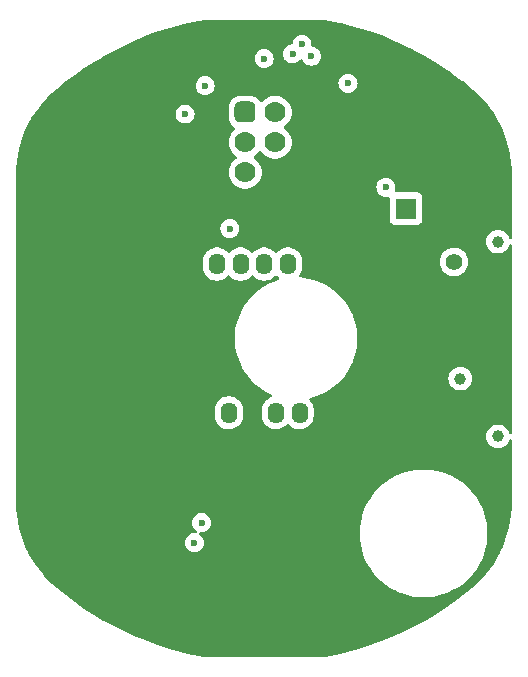
<source format=gbr>
%TF.GenerationSoftware,KiCad,Pcbnew,8.0.7*%
%TF.CreationDate,2025-09-19T21:14:15-06:00*%
%TF.ProjectId,MiniBall,4d696e69-4261-46c6-9c2e-6b696361645f,rev?*%
%TF.SameCoordinates,Original*%
%TF.FileFunction,Copper,L2,Inr*%
%TF.FilePolarity,Positive*%
%FSLAX46Y46*%
G04 Gerber Fmt 4.6, Leading zero omitted, Abs format (unit mm)*
G04 Created by KiCad (PCBNEW 8.0.7) date 2025-09-19 21:14:15*
%MOMM*%
%LPD*%
G01*
G04 APERTURE LIST*
G04 Aperture macros list*
%AMRoundRect*
0 Rectangle with rounded corners*
0 $1 Rounding radius*
0 $2 $3 $4 $5 $6 $7 $8 $9 X,Y pos of 4 corners*
0 Add a 4 corners polygon primitive as box body*
4,1,4,$2,$3,$4,$5,$6,$7,$8,$9,$2,$3,0*
0 Add four circle primitives for the rounded corners*
1,1,$1+$1,$2,$3*
1,1,$1+$1,$4,$5*
1,1,$1+$1,$6,$7*
1,1,$1+$1,$8,$9*
0 Add four rect primitives between the rounded corners*
20,1,$1+$1,$2,$3,$4,$5,0*
20,1,$1+$1,$4,$5,$6,$7,0*
20,1,$1+$1,$6,$7,$8,$9,0*
20,1,$1+$1,$8,$9,$2,$3,0*%
G04 Aperture macros list end*
%TA.AperFunction,ComponentPad*%
%ADD10RoundRect,0.444500X-0.444500X-0.444500X0.444500X-0.444500X0.444500X0.444500X-0.444500X0.444500X0*%
%TD*%
%TA.AperFunction,ComponentPad*%
%ADD11C,1.778000*%
%TD*%
%TA.AperFunction,ComponentPad*%
%ADD12R,1.778000X1.778000*%
%TD*%
%TA.AperFunction,ComponentPad*%
%ADD13O,1.400000X1.800000*%
%TD*%
%TA.AperFunction,ViaPad*%
%ADD14C,1.400000*%
%TD*%
%TA.AperFunction,ViaPad*%
%ADD15C,0.600000*%
%TD*%
%TA.AperFunction,ViaPad*%
%ADD16C,1.000000*%
%TD*%
%TA.AperFunction,ViaPad*%
%ADD17C,1.016000*%
%TD*%
G04 APERTURE END LIST*
D10*
%TO.N,MISO*%
%TO.C,MCU.J.1*%
X146901110Y-85863600D03*
D11*
%TO.N,V_USB*%
X149441110Y-85863600D03*
%TO.N,SCLK*%
X146901110Y-88403600D03*
%TO.N,MOSI*%
X149441110Y-88403600D03*
%TO.N,~{RESET}*%
X146901110Y-90943600D03*
%TO.N,GND*%
X149441110Y-90943600D03*
%TD*%
D12*
%TO.N,NetMCU.J.3_1*%
%TO.C,MCU.J.3*%
X160511100Y-94003600D03*
D11*
%TO.N,GND*%
X163051100Y-94003600D03*
%TD*%
D13*
%TO.N,NetMCU.U.1_31*%
%TO.C,MOS.U.2*%
X150501120Y-98703600D03*
%TO.N,NetMOS.D.1_C*%
X148501120Y-98703600D03*
%TO.N,~{RESET}*%
X146501120Y-98703600D03*
%TO.N,NetMCU.U.1_28*%
X144501120Y-98703600D03*
%TO.N,V_USB*%
X145501120Y-111303600D03*
%TO.N,GND*%
X147501120Y-111303600D03*
%TO.N,NetMOS.C.2_2*%
X149501120Y-111303600D03*
%TO.N,NetMCU.U.1_12*%
X151501120Y-111303600D03*
%TD*%
D14*
%TO.N,NetMOS.D.1_C*%
X164576100Y-98528600D03*
D15*
%TO.N,NetMCU.U.1_12*%
X143501100Y-83603600D03*
%TO.N,V_USB*%
X152501100Y-81103600D03*
X145601110Y-95703600D03*
X158801100Y-92203600D03*
X155601110Y-83403600D03*
X148501100Y-81303600D03*
X141801110Y-86003600D03*
D16*
X165101100Y-108403600D03*
%TO.N,NetMOS.R.3_1*%
X168301110Y-96803600D03*
X168301110Y-113303600D03*
D15*
%TO.N,NetMCU.U.1_4*%
X143201110Y-120603600D03*
X150901100Y-80903600D03*
%TO.N,NetMCU.U.1_3*%
X151701100Y-80103600D03*
X142601110Y-122303600D03*
%TO.N,GND*%
X131501110Y-91503600D03*
D17*
X156501100Y-79503600D03*
X161401100Y-127903600D03*
D15*
X128401100Y-101803600D03*
D17*
X157301100Y-117403600D03*
X156301100Y-123903600D03*
D15*
X153501100Y-129003600D03*
X140501110Y-96303600D03*
X153001100Y-87503600D03*
X167001100Y-112003600D03*
X140001100Y-121503600D03*
X135501110Y-115503600D03*
X131601110Y-115903600D03*
X137501100Y-101503600D03*
X133501100Y-107003600D03*
X143501100Y-127503600D03*
X146001100Y-78503600D03*
X156801100Y-127803600D03*
X155101100Y-112203600D03*
X162301100Y-112603600D03*
X138601100Y-98603600D03*
X146001100Y-81003600D03*
X142001100Y-87003600D03*
X143001110Y-119503600D03*
X162701100Y-87603600D03*
X135501110Y-96003600D03*
X134501100Y-85503600D03*
X133101100Y-119703600D03*
X134001110Y-111503600D03*
X131301100Y-125103600D03*
X143001110Y-96503600D03*
X151301100Y-92203600D03*
X164501110Y-96403600D03*
X148801100Y-117203600D03*
D17*
X165001100Y-84503600D03*
D15*
X137501100Y-119003600D03*
X133001110Y-85503600D03*
X147101100Y-117203600D03*
X153501100Y-126003600D03*
X133501100Y-103503600D03*
X137501100Y-105503600D03*
X131501110Y-90003600D03*
X142501100Y-130003600D03*
X131501110Y-93003600D03*
X153001100Y-91503600D03*
X143501100Y-129003600D03*
X141001100Y-117703600D03*
X167001100Y-117003600D03*
X142001100Y-79003600D03*
X131501110Y-87003600D03*
X137501100Y-108503600D03*
X154501110Y-130003600D03*
X160801110Y-89703600D03*
X167001100Y-90903600D03*
X142001100Y-92503600D03*
X159001100Y-88503600D03*
X142501100Y-131503600D03*
X153001100Y-89503600D03*
X137501100Y-112503600D03*
X139501100Y-115503600D03*
X153001100Y-124503600D03*
X152401100Y-114003600D03*
X147801100Y-119703600D03*
X134501100Y-93503600D03*
D17*
X138501100Y-80503600D03*
D15*
X139201110Y-127203600D03*
X135301110Y-82203600D03*
D17*
X163701100Y-115603600D03*
D15*
X151501100Y-78503600D03*
X128401100Y-96803600D03*
X153401100Y-95803600D03*
X131501110Y-88503600D03*
X147601100Y-95703600D03*
D17*
X134301110Y-127503600D03*
X168301110Y-120503600D03*
X168701100Y-95103600D03*
D15*
X142001100Y-90503600D03*
X128701100Y-112903600D03*
D17*
X131501110Y-84503600D03*
D15*
X158901100Y-96403600D03*
X153501100Y-127503600D03*
X159001100Y-84503600D03*
X136001100Y-85503600D03*
X137501100Y-93003600D03*
X159001100Y-80503600D03*
X153901100Y-118803600D03*
X154501110Y-131503600D03*
X138501100Y-90503600D03*
X136001100Y-93503600D03*
X135701100Y-123003600D03*
X142901110Y-113703600D03*
D17*
X128501100Y-92503600D03*
D15*
X160001100Y-115003600D03*
X133001110Y-93503600D03*
X154001100Y-81003600D03*
X128501100Y-106703600D03*
X138001110Y-91503600D03*
X133501100Y-99503600D03*
%TD*%
%TA.AperFunction,Conductor*%
%TO.N,GND*%
G36*
X152715780Y-78004134D02*
G01*
X153160036Y-78014634D01*
X153165860Y-78014909D01*
X153607732Y-78046284D01*
X153613529Y-78046834D01*
X154053417Y-78099047D01*
X154059169Y-78099868D01*
X154496097Y-78172804D01*
X154501827Y-78173900D01*
X154935704Y-78267585D01*
X154940646Y-78268759D01*
X155131696Y-78318321D01*
X155870806Y-78510058D01*
X155875003Y-78511226D01*
X156797051Y-78785332D01*
X156801127Y-78786622D01*
X157712960Y-79092947D01*
X157717044Y-79094398D01*
X157717131Y-79094431D01*
X158617573Y-79432575D01*
X158621625Y-79434179D01*
X159509653Y-79803757D01*
X159513645Y-79805501D01*
X159773112Y-79924345D01*
X160388195Y-80206073D01*
X160392082Y-80207937D01*
X161176911Y-80601337D01*
X161251992Y-80638972D01*
X161255852Y-80640992D01*
X162100093Y-81101974D01*
X162103880Y-81104129D01*
X162931404Y-81594484D01*
X162935098Y-81596761D01*
X163744895Y-82115894D01*
X163748481Y-82118283D01*
X164395811Y-82566110D01*
X164539561Y-82665558D01*
X164543100Y-82668100D01*
X164684943Y-82773784D01*
X165289657Y-83224345D01*
X165314420Y-83242795D01*
X165317867Y-83245459D01*
X166067895Y-83846396D01*
X166072340Y-83850131D01*
X166189202Y-83953123D01*
X166485527Y-84214279D01*
X166490840Y-84219246D01*
X166601942Y-84329388D01*
X166861568Y-84586772D01*
X166881386Y-84606418D01*
X166886394Y-84611683D01*
X167008146Y-84747438D01*
X167253580Y-85021101D01*
X167258275Y-85026656D01*
X167600811Y-85456881D01*
X167605173Y-85462702D01*
X167921898Y-85912273D01*
X167925911Y-85918339D01*
X168215738Y-86385716D01*
X168219388Y-86392007D01*
X168481308Y-86875563D01*
X168484583Y-86882057D01*
X168717702Y-87380138D01*
X168720591Y-87386813D01*
X168924110Y-87897718D01*
X168926602Y-87904551D01*
X169098255Y-88421802D01*
X169099816Y-88426504D01*
X169101903Y-88433472D01*
X169244206Y-88964656D01*
X169245882Y-88971733D01*
X169356808Y-89510392D01*
X169358065Y-89517556D01*
X169437215Y-90061767D01*
X169438050Y-90068993D01*
X169485155Y-90616908D01*
X169485565Y-90624170D01*
X169500548Y-91177020D01*
X169500594Y-91180655D01*
X169500439Y-91250070D01*
X169500600Y-91252560D01*
X169500600Y-96475231D01*
X169480915Y-96542270D01*
X169428111Y-96588025D01*
X169358953Y-96597969D01*
X169295397Y-96568944D01*
X169257940Y-96511227D01*
X169233114Y-96429389D01*
X169229924Y-96418873D01*
X169137020Y-96245062D01*
X169137019Y-96245060D01*
X169011993Y-96092716D01*
X168859649Y-95967690D01*
X168859642Y-95967686D01*
X168685843Y-95874788D01*
X168685837Y-95874786D01*
X168497242Y-95817576D01*
X168497239Y-95817575D01*
X168301110Y-95798259D01*
X168104980Y-95817575D01*
X167916376Y-95874788D01*
X167742577Y-95967686D01*
X167742570Y-95967690D01*
X167590226Y-96092716D01*
X167465200Y-96245060D01*
X167465196Y-96245067D01*
X167372298Y-96418866D01*
X167315085Y-96607470D01*
X167295769Y-96803600D01*
X167315085Y-96999729D01*
X167372298Y-97188333D01*
X167465196Y-97362132D01*
X167465200Y-97362139D01*
X167590226Y-97514483D01*
X167742570Y-97639509D01*
X167742577Y-97639513D01*
X167916376Y-97732411D01*
X167916379Y-97732411D01*
X167916383Y-97732414D01*
X168104978Y-97789624D01*
X168301110Y-97808941D01*
X168497242Y-97789624D01*
X168685837Y-97732414D01*
X168715865Y-97716364D01*
X168859642Y-97639513D01*
X168859648Y-97639510D01*
X169011993Y-97514483D01*
X169137020Y-97362138D01*
X169229924Y-97188327D01*
X169257940Y-97095969D01*
X169296237Y-97037534D01*
X169360049Y-97009077D01*
X169429116Y-97019638D01*
X169481510Y-97065862D01*
X169500600Y-97131968D01*
X169500600Y-112975231D01*
X169480915Y-113042270D01*
X169428111Y-113088025D01*
X169358953Y-113097969D01*
X169295397Y-113068944D01*
X169257940Y-113011227D01*
X169229923Y-112918871D01*
X169137023Y-112745067D01*
X169137019Y-112745060D01*
X169011993Y-112592716D01*
X168859649Y-112467690D01*
X168859642Y-112467686D01*
X168685843Y-112374788D01*
X168685837Y-112374786D01*
X168497242Y-112317576D01*
X168497239Y-112317575D01*
X168301110Y-112298259D01*
X168104980Y-112317575D01*
X167916376Y-112374788D01*
X167742577Y-112467686D01*
X167742570Y-112467690D01*
X167590226Y-112592716D01*
X167465200Y-112745060D01*
X167465196Y-112745067D01*
X167372298Y-112918866D01*
X167315085Y-113107470D01*
X167295769Y-113303600D01*
X167315085Y-113499729D01*
X167372298Y-113688333D01*
X167465196Y-113862132D01*
X167465200Y-113862139D01*
X167590226Y-114014483D01*
X167742570Y-114139509D01*
X167742577Y-114139513D01*
X167916376Y-114232411D01*
X167916379Y-114232411D01*
X167916383Y-114232414D01*
X168104978Y-114289624D01*
X168301110Y-114308941D01*
X168497242Y-114289624D01*
X168685837Y-114232414D01*
X168859648Y-114139510D01*
X169011993Y-114014483D01*
X169137020Y-113862138D01*
X169229924Y-113688327D01*
X169257940Y-113595969D01*
X169296237Y-113537534D01*
X169360049Y-113509077D01*
X169429116Y-113519638D01*
X169481510Y-113565862D01*
X169500600Y-113631968D01*
X169500600Y-118756620D01*
X169500452Y-118758905D01*
X169500597Y-118829685D01*
X169500551Y-118833320D01*
X169485504Y-119384791D01*
X169485092Y-119392051D01*
X169437906Y-119939824D01*
X169437070Y-119947048D01*
X169357851Y-120491129D01*
X169356593Y-120498291D01*
X169245617Y-121036797D01*
X169243941Y-121043873D01*
X169101590Y-121574942D01*
X169099502Y-121581908D01*
X168926264Y-122103721D01*
X168923771Y-122110553D01*
X168720241Y-122621316D01*
X168717352Y-122627989D01*
X168484237Y-123125930D01*
X168480963Y-123132423D01*
X168219056Y-123615852D01*
X168215405Y-123622141D01*
X167925607Y-124089389D01*
X167921595Y-124095454D01*
X167604908Y-124544908D01*
X167600547Y-124550728D01*
X167258059Y-124980842D01*
X167253364Y-124986395D01*
X166886253Y-125395692D01*
X166881241Y-125400961D01*
X166490767Y-125788035D01*
X166485455Y-125793001D01*
X166072430Y-126156989D01*
X166067979Y-126160729D01*
X165317849Y-126761745D01*
X165314401Y-126764409D01*
X164543095Y-127339092D01*
X164539557Y-127341634D01*
X163748497Y-127888895D01*
X163744870Y-127891310D01*
X162935118Y-128410412D01*
X162931410Y-128412699D01*
X162103876Y-128903059D01*
X162100089Y-128905214D01*
X161255849Y-129366195D01*
X161251989Y-129368215D01*
X160392101Y-129799240D01*
X160388172Y-129801124D01*
X159513644Y-130201686D01*
X159509652Y-130203430D01*
X158621610Y-130573015D01*
X158617559Y-130574618D01*
X157717073Y-130912780D01*
X157712967Y-130914240D01*
X156801178Y-131220551D01*
X156797025Y-131221866D01*
X155875000Y-131495967D01*
X155870802Y-131497135D01*
X154940044Y-131738590D01*
X154935075Y-131739770D01*
X154501774Y-131833316D01*
X154496019Y-131834417D01*
X154059101Y-131907339D01*
X154053302Y-131908167D01*
X153613415Y-131960372D01*
X153607582Y-131960925D01*
X153165709Y-131992295D01*
X153159858Y-131992571D01*
X152725575Y-132002833D01*
X152715834Y-132003064D01*
X152712906Y-132003099D01*
X152640612Y-132003099D01*
X152640596Y-132003100D01*
X144289348Y-132003100D01*
X144286419Y-132003065D01*
X144271642Y-132002715D01*
X143842187Y-131992567D01*
X143836335Y-131992291D01*
X143394503Y-131960922D01*
X143388671Y-131960369D01*
X142948833Y-131908167D01*
X142943033Y-131907339D01*
X142506157Y-131834421D01*
X142500402Y-131833320D01*
X142067132Y-131739775D01*
X142062164Y-131738595D01*
X141131393Y-131497141D01*
X141127196Y-131495973D01*
X140205184Y-131221880D01*
X140201030Y-131220565D01*
X139289246Y-130914260D01*
X139285141Y-130912801D01*
X138384611Y-130574626D01*
X138380560Y-130573022D01*
X137492550Y-130203454D01*
X137488557Y-130201710D01*
X136614018Y-129801144D01*
X136610089Y-129799260D01*
X135750198Y-129368236D01*
X135746338Y-129366216D01*
X134902096Y-128905235D01*
X134898309Y-128903080D01*
X134070774Y-128412719D01*
X134067066Y-128410432D01*
X133257326Y-127891337D01*
X133253700Y-127888922D01*
X132462612Y-127341642D01*
X132459073Y-127339100D01*
X131687779Y-126764425D01*
X131684331Y-126761761D01*
X130934608Y-126161068D01*
X130930155Y-126157326D01*
X130516675Y-125792920D01*
X130511362Y-125787953D01*
X130120816Y-125400781D01*
X130115803Y-125395511D01*
X129985920Y-125250690D01*
X129748620Y-124986097D01*
X129743927Y-124980544D01*
X129401390Y-124550318D01*
X129397028Y-124544497D01*
X129080304Y-124094927D01*
X129076291Y-124088861D01*
X128786461Y-123621480D01*
X128782814Y-123615193D01*
X128617392Y-123309791D01*
X128520889Y-123131628D01*
X128517618Y-123125142D01*
X128510140Y-123109165D01*
X128284494Y-122627048D01*
X128281606Y-122620373D01*
X128155417Y-122303596D01*
X141795545Y-122303596D01*
X141795545Y-122303603D01*
X141815740Y-122482849D01*
X141815741Y-122482854D01*
X141875321Y-122653123D01*
X141929699Y-122739664D01*
X141971294Y-122805862D01*
X142098848Y-122933416D01*
X142251588Y-123029389D01*
X142421855Y-123088968D01*
X142421860Y-123088969D01*
X142601106Y-123109165D01*
X142601110Y-123109165D01*
X142601114Y-123109165D01*
X142780359Y-123088969D01*
X142780362Y-123088968D01*
X142780365Y-123088968D01*
X142950632Y-123029389D01*
X143103372Y-122933416D01*
X143230926Y-122805862D01*
X143326899Y-122653122D01*
X143386478Y-122482855D01*
X143406675Y-122303600D01*
X143390458Y-122159671D01*
X143386479Y-122124350D01*
X143386478Y-122124345D01*
X143331222Y-121966433D01*
X143326899Y-121954078D01*
X143230926Y-121801338D01*
X143103372Y-121673784D01*
X143028867Y-121626969D01*
X142982577Y-121574635D01*
X142972251Y-121507672D01*
X156591646Y-121507672D01*
X156591646Y-121507685D01*
X156611132Y-121966420D01*
X156669456Y-122421882D01*
X156766193Y-122870743D01*
X156766195Y-122870751D01*
X156900648Y-123309785D01*
X156900650Y-123309791D01*
X157071846Y-123735829D01*
X157071850Y-123735840D01*
X157278560Y-124145824D01*
X157278570Y-124145842D01*
X157519315Y-124536837D01*
X157792351Y-124906006D01*
X157792359Y-124906015D01*
X157792362Y-124906019D01*
X158095710Y-125250688D01*
X158095712Y-125250690D01*
X158427210Y-125568406D01*
X158784459Y-125856864D01*
X159164884Y-126113987D01*
X159343044Y-126213512D01*
X159565734Y-126337915D01*
X159565756Y-126337926D01*
X159984144Y-126527050D01*
X159984149Y-126527052D01*
X160183687Y-126597553D01*
X160417089Y-126680019D01*
X160861440Y-126795719D01*
X161314003Y-126873319D01*
X161455632Y-126885373D01*
X161771497Y-126912258D01*
X161771514Y-126912258D01*
X161771516Y-126912259D01*
X161771517Y-126912259D01*
X162230683Y-126912259D01*
X162230684Y-126912259D01*
X162230685Y-126912258D01*
X162230702Y-126912258D01*
X162503004Y-126889081D01*
X162688197Y-126873319D01*
X163140760Y-126795719D01*
X163585111Y-126680019D01*
X164018050Y-126527052D01*
X164018055Y-126527050D01*
X164436443Y-126337926D01*
X164436445Y-126337924D01*
X164436456Y-126337920D01*
X164837316Y-126113987D01*
X165217741Y-125856864D01*
X165574990Y-125568406D01*
X165906488Y-125250690D01*
X166209849Y-124906006D01*
X166482885Y-124536837D01*
X166723630Y-124145842D01*
X166930349Y-123735840D01*
X167101552Y-123309783D01*
X167236007Y-122870743D01*
X167332744Y-122421881D01*
X167391066Y-121966433D01*
X167392773Y-121926266D01*
X167410554Y-121507685D01*
X167410554Y-121507672D01*
X167391067Y-121048937D01*
X167391066Y-121048931D01*
X167391066Y-121048925D01*
X167332744Y-120593477D01*
X167236007Y-120144615D01*
X167101552Y-119705575D01*
X167101551Y-119705572D01*
X167101549Y-119705566D01*
X166930353Y-119279528D01*
X166930349Y-119279517D01*
X166723639Y-118869533D01*
X166723628Y-118869513D01*
X166699089Y-118829659D01*
X166482885Y-118478521D01*
X166209849Y-118109352D01*
X166043751Y-117920629D01*
X165906489Y-117764669D01*
X165906488Y-117764668D01*
X165574992Y-117446954D01*
X165574990Y-117446952D01*
X165217741Y-117158494D01*
X164837316Y-116901371D01*
X164826792Y-116895492D01*
X164436465Y-116677442D01*
X164436443Y-116677431D01*
X164018055Y-116488307D01*
X164018050Y-116488305D01*
X163585106Y-116335337D01*
X163140758Y-116219638D01*
X162688207Y-116142040D01*
X162688181Y-116142037D01*
X162230702Y-116103099D01*
X162230684Y-116103099D01*
X161771516Y-116103099D01*
X161771497Y-116103099D01*
X161314018Y-116142037D01*
X161313992Y-116142040D01*
X160861441Y-116219638D01*
X160417093Y-116335337D01*
X159984149Y-116488305D01*
X159984144Y-116488307D01*
X159565756Y-116677431D01*
X159565734Y-116677442D01*
X159164892Y-116901366D01*
X159164873Y-116901378D01*
X158784464Y-117158490D01*
X158427207Y-117446954D01*
X158095711Y-117764668D01*
X158095710Y-117764669D01*
X157792362Y-118109338D01*
X157792355Y-118109347D01*
X157792351Y-118109352D01*
X157597788Y-118372417D01*
X157519314Y-118478522D01*
X157278571Y-118869513D01*
X157278560Y-118869533D01*
X157071850Y-119279517D01*
X157071846Y-119279528D01*
X156900650Y-119705566D01*
X156900648Y-119705572D01*
X156766195Y-120144606D01*
X156766193Y-120144614D01*
X156669456Y-120593475D01*
X156611132Y-121048937D01*
X156591646Y-121507672D01*
X142972251Y-121507672D01*
X142971929Y-121505581D01*
X143000304Y-121441733D01*
X143058694Y-121403361D01*
X143108723Y-121398756D01*
X143201106Y-121409165D01*
X143201110Y-121409165D01*
X143201114Y-121409165D01*
X143380359Y-121388969D01*
X143380362Y-121388968D01*
X143380365Y-121388968D01*
X143550632Y-121329389D01*
X143703372Y-121233416D01*
X143830926Y-121105862D01*
X143926899Y-120953122D01*
X143986478Y-120782855D01*
X144006675Y-120603600D01*
X144005534Y-120593477D01*
X143986479Y-120424350D01*
X143986478Y-120424345D01*
X143926898Y-120254076D01*
X143830925Y-120101337D01*
X143703372Y-119973784D01*
X143550633Y-119877811D01*
X143380364Y-119818231D01*
X143380359Y-119818230D01*
X143201114Y-119798035D01*
X143201106Y-119798035D01*
X143021860Y-119818230D01*
X143021855Y-119818231D01*
X142851586Y-119877811D01*
X142698847Y-119973784D01*
X142571294Y-120101337D01*
X142475321Y-120254076D01*
X142415741Y-120424345D01*
X142415740Y-120424350D01*
X142395545Y-120603596D01*
X142395545Y-120603603D01*
X142415740Y-120782849D01*
X142415741Y-120782854D01*
X142475321Y-120953123D01*
X142560757Y-121089092D01*
X142571294Y-121105862D01*
X142698848Y-121233416D01*
X142773351Y-121280229D01*
X142819642Y-121332564D01*
X142830290Y-121401617D01*
X142801915Y-121465466D01*
X142743526Y-121503838D01*
X142693497Y-121508443D01*
X142601115Y-121498035D01*
X142601106Y-121498035D01*
X142421860Y-121518230D01*
X142421855Y-121518231D01*
X142251586Y-121577811D01*
X142098847Y-121673784D01*
X141971294Y-121801337D01*
X141875321Y-121954076D01*
X141815741Y-122124345D01*
X141815740Y-122124350D01*
X141795545Y-122303596D01*
X128155417Y-122303596D01*
X128098584Y-122160925D01*
X128078092Y-122109483D01*
X128075604Y-122102663D01*
X127902377Y-121580666D01*
X127900307Y-121573755D01*
X127757993Y-121042537D01*
X127756318Y-121035463D01*
X127645388Y-120496787D01*
X127644139Y-120489664D01*
X127564983Y-119945408D01*
X127564153Y-119938231D01*
X127517045Y-119390280D01*
X127516636Y-119383029D01*
X127501652Y-118830110D01*
X127501606Y-118826474D01*
X127501697Y-118785566D01*
X127501746Y-118763767D01*
X127501745Y-118763764D01*
X127501760Y-118757145D01*
X127501600Y-118754650D01*
X127501600Y-111009113D01*
X144300620Y-111009113D01*
X144300620Y-111598086D01*
X144330179Y-111784718D01*
X144388574Y-111964436D01*
X144474360Y-112132799D01*
X144585430Y-112285673D01*
X144719047Y-112419290D01*
X144871921Y-112530360D01*
X144951467Y-112570890D01*
X145040283Y-112616145D01*
X145040285Y-112616145D01*
X145040288Y-112616147D01*
X145136617Y-112647446D01*
X145220001Y-112674540D01*
X145406634Y-112704100D01*
X145406639Y-112704100D01*
X145595606Y-112704100D01*
X145782238Y-112674540D01*
X145961952Y-112616147D01*
X146130319Y-112530360D01*
X146283193Y-112419290D01*
X146416810Y-112285673D01*
X146527880Y-112132799D01*
X146613667Y-111964432D01*
X146672060Y-111784718D01*
X146701620Y-111598086D01*
X146701620Y-111009113D01*
X146672060Y-110822481D01*
X146613665Y-110642763D01*
X146527879Y-110474400D01*
X146416810Y-110321527D01*
X146283193Y-110187910D01*
X146130319Y-110076840D01*
X145961956Y-109991054D01*
X145782238Y-109932659D01*
X145595606Y-109903100D01*
X145595601Y-109903100D01*
X145406639Y-109903100D01*
X145406634Y-109903100D01*
X145220001Y-109932659D01*
X145040283Y-109991054D01*
X144871920Y-110076840D01*
X144851703Y-110091529D01*
X144719047Y-110187910D01*
X144719045Y-110187912D01*
X144719044Y-110187912D01*
X144585432Y-110321524D01*
X144585432Y-110321525D01*
X144585430Y-110321527D01*
X144537730Y-110387179D01*
X144474360Y-110474400D01*
X144388574Y-110642763D01*
X144330179Y-110822481D01*
X144300620Y-111009113D01*
X127501600Y-111009113D01*
X127501600Y-98409113D01*
X143300620Y-98409113D01*
X143300620Y-98998086D01*
X143330179Y-99184718D01*
X143388574Y-99364436D01*
X143452921Y-99490723D01*
X143474360Y-99532799D01*
X143585430Y-99685673D01*
X143719047Y-99819290D01*
X143871921Y-99930360D01*
X143902548Y-99945965D01*
X144040283Y-100016145D01*
X144040285Y-100016145D01*
X144040288Y-100016147D01*
X144136617Y-100047446D01*
X144220001Y-100074540D01*
X144406634Y-100104100D01*
X144406639Y-100104100D01*
X144595606Y-100104100D01*
X144782238Y-100074540D01*
X144817954Y-100062935D01*
X144961952Y-100016147D01*
X145130319Y-99930360D01*
X145283193Y-99819290D01*
X145413439Y-99689044D01*
X145474762Y-99655559D01*
X145544454Y-99660543D01*
X145588801Y-99689044D01*
X145719047Y-99819290D01*
X145871921Y-99930360D01*
X145902548Y-99945965D01*
X146040283Y-100016145D01*
X146040285Y-100016145D01*
X146040288Y-100016147D01*
X146136617Y-100047446D01*
X146220001Y-100074540D01*
X146406634Y-100104100D01*
X146406639Y-100104100D01*
X146595606Y-100104100D01*
X146782238Y-100074540D01*
X146817954Y-100062935D01*
X146961952Y-100016147D01*
X147130319Y-99930360D01*
X147283193Y-99819290D01*
X147413439Y-99689044D01*
X147474762Y-99655559D01*
X147544454Y-99660543D01*
X147588801Y-99689044D01*
X147719047Y-99819290D01*
X147871921Y-99930360D01*
X147902548Y-99945965D01*
X148040283Y-100016145D01*
X148040285Y-100016145D01*
X148040288Y-100016147D01*
X148136617Y-100047446D01*
X148220001Y-100074540D01*
X148406634Y-100104100D01*
X148406639Y-100104100D01*
X148595606Y-100104100D01*
X148782238Y-100074540D01*
X148817954Y-100062935D01*
X148961952Y-100016147D01*
X149130319Y-99930360D01*
X149283193Y-99819290D01*
X149413439Y-99689044D01*
X149474762Y-99655559D01*
X149544454Y-99660543D01*
X149588801Y-99689044D01*
X149719047Y-99819290D01*
X149733315Y-99829656D01*
X149775981Y-99884984D01*
X149781961Y-99954598D01*
X149749355Y-100016393D01*
X149692526Y-100049748D01*
X149643323Y-100062932D01*
X149643310Y-100062936D01*
X149530214Y-100104100D01*
X149218635Y-100217506D01*
X149218631Y-100217507D01*
X149218625Y-100217510D01*
X149218617Y-100217513D01*
X148809052Y-100408497D01*
X148809036Y-100408505D01*
X148417664Y-100634464D01*
X148417638Y-100634480D01*
X148047451Y-100893688D01*
X147701249Y-101184188D01*
X147381688Y-101503749D01*
X147091188Y-101849951D01*
X146831980Y-102220138D01*
X146831964Y-102220164D01*
X146606005Y-102611536D01*
X146605997Y-102611552D01*
X146415013Y-103021117D01*
X146415010Y-103021125D01*
X146260431Y-103445824D01*
X146143468Y-103882342D01*
X146143465Y-103882355D01*
X146064988Y-104327415D01*
X146025600Y-104777628D01*
X146025600Y-105229571D01*
X146064988Y-105679784D01*
X146143465Y-106124844D01*
X146143468Y-106124857D01*
X146260431Y-106561375D01*
X146260434Y-106561385D01*
X146260435Y-106561386D01*
X146415006Y-106986065D01*
X146415009Y-106986072D01*
X146415010Y-106986074D01*
X146415013Y-106986082D01*
X146605997Y-107395647D01*
X146606005Y-107395663D01*
X146651687Y-107474786D01*
X146831969Y-107787044D01*
X146831973Y-107787050D01*
X146831980Y-107787061D01*
X147091188Y-108157248D01*
X147133330Y-108207470D01*
X147381686Y-108503448D01*
X147701252Y-108823014D01*
X147845197Y-108943798D01*
X148047451Y-109113511D01*
X148417638Y-109372719D01*
X148417645Y-109372723D01*
X148417656Y-109372731D01*
X148784468Y-109584509D01*
X148809036Y-109598694D01*
X148809051Y-109598702D01*
X149114586Y-109741175D01*
X149167025Y-109787347D01*
X149186177Y-109854541D01*
X149165961Y-109921422D01*
X149112796Y-109966756D01*
X149100502Y-109971487D01*
X149040286Y-109991053D01*
X148871920Y-110076840D01*
X148851703Y-110091529D01*
X148719047Y-110187910D01*
X148719045Y-110187912D01*
X148719044Y-110187912D01*
X148585432Y-110321524D01*
X148585432Y-110321525D01*
X148585430Y-110321527D01*
X148537730Y-110387179D01*
X148474360Y-110474400D01*
X148388574Y-110642763D01*
X148330179Y-110822481D01*
X148300620Y-111009113D01*
X148300620Y-111598086D01*
X148330179Y-111784718D01*
X148388574Y-111964436D01*
X148474360Y-112132799D01*
X148585430Y-112285673D01*
X148719047Y-112419290D01*
X148871921Y-112530360D01*
X148951467Y-112570890D01*
X149040283Y-112616145D01*
X149040285Y-112616145D01*
X149040288Y-112616147D01*
X149136617Y-112647446D01*
X149220001Y-112674540D01*
X149406634Y-112704100D01*
X149406639Y-112704100D01*
X149595606Y-112704100D01*
X149782238Y-112674540D01*
X149961952Y-112616147D01*
X150130319Y-112530360D01*
X150283193Y-112419290D01*
X150413439Y-112289044D01*
X150474762Y-112255559D01*
X150544454Y-112260543D01*
X150588801Y-112289044D01*
X150719047Y-112419290D01*
X150871921Y-112530360D01*
X150951467Y-112570890D01*
X151040283Y-112616145D01*
X151040285Y-112616145D01*
X151040288Y-112616147D01*
X151136617Y-112647446D01*
X151220001Y-112674540D01*
X151406634Y-112704100D01*
X151406639Y-112704100D01*
X151595606Y-112704100D01*
X151782238Y-112674540D01*
X151961952Y-112616147D01*
X152130319Y-112530360D01*
X152283193Y-112419290D01*
X152416810Y-112285673D01*
X152527880Y-112132799D01*
X152613667Y-111964432D01*
X152672060Y-111784718D01*
X152701620Y-111598086D01*
X152701620Y-111009113D01*
X152672060Y-110822481D01*
X152613665Y-110642763D01*
X152527879Y-110474400D01*
X152416810Y-110321527D01*
X152343429Y-110248146D01*
X152309944Y-110186823D01*
X152314928Y-110117131D01*
X152356800Y-110061198D01*
X152399011Y-110040692D01*
X152758886Y-109944265D01*
X153183565Y-109789694D01*
X153593157Y-109598698D01*
X153984544Y-109372731D01*
X154354747Y-109113512D01*
X154700948Y-108823014D01*
X155020514Y-108503448D01*
X155104297Y-108403600D01*
X164095759Y-108403600D01*
X164115075Y-108599729D01*
X164172288Y-108788333D01*
X164265186Y-108962132D01*
X164265190Y-108962139D01*
X164390216Y-109114483D01*
X164542560Y-109239509D01*
X164542567Y-109239513D01*
X164716366Y-109332411D01*
X164716369Y-109332411D01*
X164716373Y-109332414D01*
X164904968Y-109389624D01*
X165101100Y-109408941D01*
X165297232Y-109389624D01*
X165485827Y-109332414D01*
X165659638Y-109239510D01*
X165811983Y-109114483D01*
X165937010Y-108962138D01*
X165983462Y-108875232D01*
X166029911Y-108788333D01*
X166029911Y-108788332D01*
X166029914Y-108788327D01*
X166087124Y-108599732D01*
X166106441Y-108403600D01*
X166087124Y-108207468D01*
X166029914Y-108018873D01*
X166029911Y-108018869D01*
X166029911Y-108018866D01*
X165937013Y-107845067D01*
X165937009Y-107845060D01*
X165811983Y-107692716D01*
X165659639Y-107567690D01*
X165659632Y-107567686D01*
X165485833Y-107474788D01*
X165485827Y-107474786D01*
X165297232Y-107417576D01*
X165297229Y-107417575D01*
X165101100Y-107398259D01*
X164904970Y-107417575D01*
X164716366Y-107474788D01*
X164542567Y-107567686D01*
X164542560Y-107567690D01*
X164390216Y-107692716D01*
X164265190Y-107845060D01*
X164265186Y-107845067D01*
X164172288Y-108018866D01*
X164115075Y-108207470D01*
X164095759Y-108403600D01*
X155104297Y-108403600D01*
X155311012Y-108157247D01*
X155570231Y-107787044D01*
X155796198Y-107395657D01*
X155987194Y-106986065D01*
X156141765Y-106561386D01*
X156258734Y-106124850D01*
X156337212Y-105679782D01*
X156376600Y-105229567D01*
X156376600Y-104777633D01*
X156337212Y-104327418D01*
X156258734Y-103882350D01*
X156141765Y-103445814D01*
X155987194Y-103021135D01*
X155796198Y-102611543D01*
X155570231Y-102220156D01*
X155570223Y-102220145D01*
X155570219Y-102220138D01*
X155311011Y-101849951D01*
X155020511Y-101503749D01*
X154700950Y-101184188D01*
X154354748Y-100893688D01*
X153984561Y-100634480D01*
X153984550Y-100634473D01*
X153984544Y-100634469D01*
X153868266Y-100567336D01*
X153593163Y-100408505D01*
X153593147Y-100408497D01*
X153183582Y-100217513D01*
X153183574Y-100217510D01*
X153183572Y-100217509D01*
X153183565Y-100217506D01*
X152758886Y-100062935D01*
X152758885Y-100062934D01*
X152758875Y-100062931D01*
X152322357Y-99945968D01*
X152322360Y-99945968D01*
X152322350Y-99945966D01*
X152233839Y-99930359D01*
X151877284Y-99867488D01*
X151538463Y-99837845D01*
X151473394Y-99812393D01*
X151432415Y-99755802D01*
X151428537Y-99686040D01*
X151448950Y-99641435D01*
X151527880Y-99532799D01*
X151613667Y-99364432D01*
X151672060Y-99184718D01*
X151675455Y-99163283D01*
X151701620Y-98998086D01*
X151701620Y-98528599D01*
X163370457Y-98528599D01*
X163370457Y-98528600D01*
X163390984Y-98750135D01*
X163390985Y-98750137D01*
X163451869Y-98964123D01*
X163451875Y-98964138D01*
X163551038Y-99163283D01*
X163551043Y-99163291D01*
X163685120Y-99340838D01*
X163849537Y-99490723D01*
X163849539Y-99490725D01*
X164038695Y-99607845D01*
X164038696Y-99607845D01*
X164038699Y-99607847D01*
X164246160Y-99688218D01*
X164464857Y-99729100D01*
X164464859Y-99729100D01*
X164687341Y-99729100D01*
X164687343Y-99729100D01*
X164906040Y-99688218D01*
X165113501Y-99607847D01*
X165302662Y-99490724D01*
X165467081Y-99340836D01*
X165601158Y-99163289D01*
X165700329Y-98964128D01*
X165761215Y-98750136D01*
X165781743Y-98528600D01*
X165761215Y-98307064D01*
X165700329Y-98093072D01*
X165700324Y-98093061D01*
X165601161Y-97893916D01*
X165601156Y-97893908D01*
X165467079Y-97716361D01*
X165302662Y-97566476D01*
X165302660Y-97566474D01*
X165113504Y-97449354D01*
X165113498Y-97449352D01*
X164906040Y-97368982D01*
X164687343Y-97328100D01*
X164464857Y-97328100D01*
X164246160Y-97368982D01*
X164189186Y-97391054D01*
X164038701Y-97449352D01*
X164038695Y-97449354D01*
X163849539Y-97566474D01*
X163849537Y-97566476D01*
X163685120Y-97716361D01*
X163551043Y-97893908D01*
X163551038Y-97893916D01*
X163451875Y-98093061D01*
X163451869Y-98093076D01*
X163390985Y-98307062D01*
X163390984Y-98307064D01*
X163370457Y-98528599D01*
X151701620Y-98528599D01*
X151701620Y-98409113D01*
X151672060Y-98222481D01*
X151613665Y-98042763D01*
X151537823Y-97893916D01*
X151527880Y-97874401D01*
X151416810Y-97721527D01*
X151283193Y-97587910D01*
X151130319Y-97476840D01*
X151076371Y-97449352D01*
X150961956Y-97391054D01*
X150782238Y-97332659D01*
X150595606Y-97303100D01*
X150595601Y-97303100D01*
X150406639Y-97303100D01*
X150406634Y-97303100D01*
X150220001Y-97332659D01*
X150040283Y-97391054D01*
X149871920Y-97476840D01*
X149820110Y-97514483D01*
X149719047Y-97587910D01*
X149719045Y-97587912D01*
X149719044Y-97587912D01*
X149588801Y-97718156D01*
X149527478Y-97751641D01*
X149457786Y-97746657D01*
X149413439Y-97718156D01*
X149283195Y-97587912D01*
X149283193Y-97587910D01*
X149130319Y-97476840D01*
X149076371Y-97449352D01*
X148961956Y-97391054D01*
X148782238Y-97332659D01*
X148595606Y-97303100D01*
X148595601Y-97303100D01*
X148406639Y-97303100D01*
X148406634Y-97303100D01*
X148220001Y-97332659D01*
X148040283Y-97391054D01*
X147871920Y-97476840D01*
X147820110Y-97514483D01*
X147719047Y-97587910D01*
X147719045Y-97587912D01*
X147719044Y-97587912D01*
X147588801Y-97718156D01*
X147527478Y-97751641D01*
X147457786Y-97746657D01*
X147413439Y-97718156D01*
X147283195Y-97587912D01*
X147283193Y-97587910D01*
X147130319Y-97476840D01*
X147076371Y-97449352D01*
X146961956Y-97391054D01*
X146782238Y-97332659D01*
X146595606Y-97303100D01*
X146595601Y-97303100D01*
X146406639Y-97303100D01*
X146406634Y-97303100D01*
X146220001Y-97332659D01*
X146040283Y-97391054D01*
X145871920Y-97476840D01*
X145820110Y-97514483D01*
X145719047Y-97587910D01*
X145719045Y-97587912D01*
X145719044Y-97587912D01*
X145588801Y-97718156D01*
X145527478Y-97751641D01*
X145457786Y-97746657D01*
X145413439Y-97718156D01*
X145283195Y-97587912D01*
X145283193Y-97587910D01*
X145130319Y-97476840D01*
X145076371Y-97449352D01*
X144961956Y-97391054D01*
X144782238Y-97332659D01*
X144595606Y-97303100D01*
X144595601Y-97303100D01*
X144406639Y-97303100D01*
X144406634Y-97303100D01*
X144220001Y-97332659D01*
X144040283Y-97391054D01*
X143871920Y-97476840D01*
X143820110Y-97514483D01*
X143719047Y-97587910D01*
X143719045Y-97587912D01*
X143719044Y-97587912D01*
X143585432Y-97721524D01*
X143585432Y-97721525D01*
X143585430Y-97721527D01*
X143567172Y-97746657D01*
X143474360Y-97874400D01*
X143388574Y-98042763D01*
X143330179Y-98222481D01*
X143300620Y-98409113D01*
X127501600Y-98409113D01*
X127501600Y-95703596D01*
X144795545Y-95703596D01*
X144795545Y-95703603D01*
X144815740Y-95882849D01*
X144815741Y-95882854D01*
X144875321Y-96053123D01*
X144900200Y-96092717D01*
X144971294Y-96205862D01*
X145098848Y-96333416D01*
X145189190Y-96390182D01*
X145234848Y-96418871D01*
X145251588Y-96429389D01*
X145382597Y-96475231D01*
X145421855Y-96488968D01*
X145421860Y-96488969D01*
X145601106Y-96509165D01*
X145601110Y-96509165D01*
X145601114Y-96509165D01*
X145780359Y-96488969D01*
X145780362Y-96488968D01*
X145780365Y-96488968D01*
X145950632Y-96429389D01*
X146103372Y-96333416D01*
X146230926Y-96205862D01*
X146326899Y-96053122D01*
X146386478Y-95882855D01*
X146393833Y-95817576D01*
X146406675Y-95703603D01*
X146406675Y-95703596D01*
X146386479Y-95524350D01*
X146386478Y-95524345D01*
X146340553Y-95393099D01*
X146326899Y-95354078D01*
X146230926Y-95201338D01*
X146103372Y-95073784D01*
X145986078Y-95000083D01*
X145950633Y-94977811D01*
X145780364Y-94918231D01*
X145780359Y-94918230D01*
X145601114Y-94898035D01*
X145601106Y-94898035D01*
X145421860Y-94918230D01*
X145421855Y-94918231D01*
X145251586Y-94977811D01*
X145098847Y-95073784D01*
X144971294Y-95201337D01*
X144875321Y-95354076D01*
X144815741Y-95524345D01*
X144815740Y-95524350D01*
X144795545Y-95703596D01*
X127501600Y-95703596D01*
X127501600Y-91157966D01*
X127501653Y-91154339D01*
X127507820Y-90943605D01*
X127517753Y-90604204D01*
X127518174Y-90597008D01*
X127566268Y-90050510D01*
X127567107Y-90043373D01*
X127647077Y-89500642D01*
X127648331Y-89493568D01*
X127759903Y-88956451D01*
X127761572Y-88949448D01*
X127904370Y-88419759D01*
X127906460Y-88412824D01*
X127909538Y-88403594D01*
X145506848Y-88403594D01*
X145506848Y-88403605D01*
X145525863Y-88633084D01*
X145582392Y-88856314D01*
X145674892Y-89067194D01*
X145800838Y-89259970D01*
X145800841Y-89259973D01*
X145956802Y-89429392D01*
X146039212Y-89493534D01*
X146142569Y-89573980D01*
X146141586Y-89575241D01*
X146182293Y-89622949D01*
X146191710Y-89692181D01*
X146162202Y-89755514D01*
X146142246Y-89772805D01*
X146142569Y-89773220D01*
X145956804Y-89917806D01*
X145956799Y-89917811D01*
X145800838Y-90087229D01*
X145674892Y-90280005D01*
X145582392Y-90490885D01*
X145525863Y-90714115D01*
X145506848Y-90943594D01*
X145506848Y-90943605D01*
X145525863Y-91173084D01*
X145582392Y-91396314D01*
X145674892Y-91607194D01*
X145800838Y-91799970D01*
X145800841Y-91799973D01*
X145956802Y-91969392D01*
X146138521Y-92110829D01*
X146341041Y-92220428D01*
X146454135Y-92259253D01*
X146558835Y-92295197D01*
X146558837Y-92295197D01*
X146558839Y-92295198D01*
X146785973Y-92333100D01*
X146785974Y-92333100D01*
X147016246Y-92333100D01*
X147016247Y-92333100D01*
X147243381Y-92295198D01*
X147461179Y-92220428D01*
X147492282Y-92203596D01*
X157995535Y-92203596D01*
X157995535Y-92203603D01*
X158015730Y-92382849D01*
X158015731Y-92382854D01*
X158075311Y-92553123D01*
X158149257Y-92670806D01*
X158171284Y-92705862D01*
X158298838Y-92833416D01*
X158451578Y-92929389D01*
X158620762Y-92988589D01*
X158621845Y-92988968D01*
X158621850Y-92988969D01*
X158801096Y-93009165D01*
X158801100Y-93009165D01*
X158801103Y-93009165D01*
X158896390Y-92998428D01*
X158980355Y-92988968D01*
X158980356Y-92988967D01*
X158983716Y-92988589D01*
X159052538Y-93000643D01*
X159103918Y-93047992D01*
X159121600Y-93111809D01*
X159121600Y-94940470D01*
X159121601Y-94940476D01*
X159128008Y-95000083D01*
X159178302Y-95134928D01*
X159178306Y-95134935D01*
X159264552Y-95250144D01*
X159264555Y-95250147D01*
X159379764Y-95336393D01*
X159379771Y-95336397D01*
X159514617Y-95386691D01*
X159514616Y-95386691D01*
X159521544Y-95387435D01*
X159574227Y-95393100D01*
X161447972Y-95393099D01*
X161507583Y-95386691D01*
X161642431Y-95336396D01*
X161757646Y-95250146D01*
X161843896Y-95134931D01*
X161894191Y-95000083D01*
X161900600Y-94940473D01*
X161900599Y-93066728D01*
X161894191Y-93007117D01*
X161891776Y-93000643D01*
X161843897Y-92872271D01*
X161843893Y-92872264D01*
X161757647Y-92757055D01*
X161757644Y-92757052D01*
X161642435Y-92670806D01*
X161642428Y-92670802D01*
X161507582Y-92620508D01*
X161507583Y-92620508D01*
X161447983Y-92614101D01*
X161447981Y-92614100D01*
X161447973Y-92614100D01*
X161447965Y-92614100D01*
X159680313Y-92614100D01*
X159613274Y-92594415D01*
X159567519Y-92541611D01*
X159557575Y-92472453D01*
X159563272Y-92449144D01*
X159586467Y-92382858D01*
X159586469Y-92382849D01*
X159606665Y-92203603D01*
X159606665Y-92203596D01*
X159586469Y-92024350D01*
X159586468Y-92024345D01*
X159526888Y-91854076D01*
X159430915Y-91701337D01*
X159303362Y-91573784D01*
X159150623Y-91477811D01*
X158980354Y-91418231D01*
X158980349Y-91418230D01*
X158801104Y-91398035D01*
X158801096Y-91398035D01*
X158621850Y-91418230D01*
X158621845Y-91418231D01*
X158451576Y-91477811D01*
X158298837Y-91573784D01*
X158171284Y-91701337D01*
X158075311Y-91854076D01*
X158015731Y-92024345D01*
X158015730Y-92024350D01*
X157995535Y-92203596D01*
X147492282Y-92203596D01*
X147663699Y-92110829D01*
X147845418Y-91969392D01*
X148001379Y-91799973D01*
X148127327Y-91607195D01*
X148219827Y-91396316D01*
X148276356Y-91173088D01*
X148295372Y-90943600D01*
X148276356Y-90714112D01*
X148219827Y-90490884D01*
X148127327Y-90280005D01*
X148098097Y-90235265D01*
X148001381Y-90087229D01*
X147960977Y-90043339D01*
X147845418Y-89917808D01*
X147663699Y-89776371D01*
X147663700Y-89776371D01*
X147659651Y-89773220D01*
X147660635Y-89771954D01*
X147619934Y-89724270D01*
X147610506Y-89655039D01*
X147640003Y-89591702D01*
X147659975Y-89574396D01*
X147659651Y-89573980D01*
X147736780Y-89513948D01*
X147845418Y-89429392D01*
X148001379Y-89259973D01*
X148067301Y-89159072D01*
X148120447Y-89113715D01*
X148189679Y-89104291D01*
X148253015Y-89133793D01*
X148274919Y-89159072D01*
X148340838Y-89259970D01*
X148340841Y-89259973D01*
X148496802Y-89429392D01*
X148678521Y-89570829D01*
X148881041Y-89680428D01*
X148994135Y-89719253D01*
X149098835Y-89755197D01*
X149098837Y-89755197D01*
X149098839Y-89755198D01*
X149325973Y-89793100D01*
X149325974Y-89793100D01*
X149556246Y-89793100D01*
X149556247Y-89793100D01*
X149783381Y-89755198D01*
X150001179Y-89680428D01*
X150203699Y-89570829D01*
X150385418Y-89429392D01*
X150541379Y-89259973D01*
X150667327Y-89067195D01*
X150759827Y-88856316D01*
X150816356Y-88633088D01*
X150835372Y-88403600D01*
X150816356Y-88174112D01*
X150759827Y-87950884D01*
X150667327Y-87740005D01*
X150643090Y-87702908D01*
X150541381Y-87547229D01*
X150514465Y-87517990D01*
X150385418Y-87377808D01*
X150203699Y-87236371D01*
X150203700Y-87236371D01*
X150199651Y-87233220D01*
X150200635Y-87231954D01*
X150159934Y-87184270D01*
X150150506Y-87115039D01*
X150180003Y-87051702D01*
X150199975Y-87034396D01*
X150199651Y-87033980D01*
X150269311Y-86979761D01*
X150385418Y-86889392D01*
X150541379Y-86719973D01*
X150667327Y-86527195D01*
X150759827Y-86316316D01*
X150816356Y-86093088D01*
X150831339Y-85912273D01*
X150835372Y-85863605D01*
X150835372Y-85863594D01*
X150816356Y-85634115D01*
X150816356Y-85634112D01*
X150759827Y-85410884D01*
X150667327Y-85200005D01*
X150602117Y-85100193D01*
X150541381Y-85007229D01*
X150439347Y-84896391D01*
X150385418Y-84837808D01*
X150269310Y-84747438D01*
X150203701Y-84696372D01*
X150001179Y-84586772D01*
X150001171Y-84586769D01*
X149783384Y-84512002D01*
X149613030Y-84483575D01*
X149556247Y-84474100D01*
X149325973Y-84474100D01*
X149280546Y-84481680D01*
X149098835Y-84512002D01*
X148881048Y-84586769D01*
X148881040Y-84586772D01*
X148678518Y-84696372D01*
X148496804Y-84837806D01*
X148496798Y-84837812D01*
X148368298Y-84977399D01*
X148308411Y-85013389D01*
X148238573Y-85011288D01*
X148180957Y-84971763D01*
X148167164Y-84950832D01*
X148138727Y-84896392D01*
X148017272Y-84747438D01*
X147868318Y-84625983D01*
X147697965Y-84536998D01*
X147697959Y-84536996D01*
X147513183Y-84484125D01*
X147442976Y-84477883D01*
X147400419Y-84474100D01*
X147400414Y-84474100D01*
X146401809Y-84474100D01*
X146401803Y-84474100D01*
X146401802Y-84474101D01*
X146390799Y-84475079D01*
X146289036Y-84484125D01*
X146104258Y-84536996D01*
X146019078Y-84581490D01*
X145933902Y-84625983D01*
X145933900Y-84625984D01*
X145933899Y-84625985D01*
X145784948Y-84747438D01*
X145711262Y-84837808D01*
X145663493Y-84896392D01*
X145595449Y-85026656D01*
X145574507Y-85066747D01*
X145521635Y-85251526D01*
X145511610Y-85364294D01*
X145511610Y-86362900D01*
X145511611Y-86362906D01*
X145521635Y-86475673D01*
X145574506Y-86660451D01*
X145574507Y-86660454D01*
X145574508Y-86660455D01*
X145663493Y-86830808D01*
X145784948Y-86979762D01*
X145933902Y-87101217D01*
X145989303Y-87130156D01*
X146039610Y-87178642D01*
X146055717Y-87246629D01*
X146032511Y-87312533D01*
X146008054Y-87337917D01*
X145956804Y-87377806D01*
X145956799Y-87377811D01*
X145800838Y-87547229D01*
X145674892Y-87740005D01*
X145582392Y-87950885D01*
X145525863Y-88174115D01*
X145506848Y-88403594D01*
X127909538Y-88403594D01*
X128079975Y-87892441D01*
X128082448Y-87885688D01*
X128286121Y-87376291D01*
X128288992Y-87369681D01*
X128522091Y-86873105D01*
X128525346Y-86866667D01*
X128787091Y-86384566D01*
X128790735Y-86378301D01*
X129023529Y-86003596D01*
X140995545Y-86003596D01*
X140995545Y-86003603D01*
X141015740Y-86182849D01*
X141015741Y-86182854D01*
X141075321Y-86353123D01*
X141095801Y-86385716D01*
X141171294Y-86505862D01*
X141298848Y-86633416D01*
X141389190Y-86690182D01*
X141436602Y-86719973D01*
X141451588Y-86729389D01*
X141621855Y-86788968D01*
X141621860Y-86788969D01*
X141801106Y-86809165D01*
X141801110Y-86809165D01*
X141801114Y-86809165D01*
X141980359Y-86788969D01*
X141980362Y-86788968D01*
X141980365Y-86788968D01*
X142150632Y-86729389D01*
X142303372Y-86633416D01*
X142430926Y-86505862D01*
X142526899Y-86353122D01*
X142586478Y-86182855D01*
X142586479Y-86182849D01*
X142606675Y-86003603D01*
X142606675Y-86003596D01*
X142586479Y-85824350D01*
X142586478Y-85824345D01*
X142526898Y-85654076D01*
X142430925Y-85501337D01*
X142303372Y-85373784D01*
X142150633Y-85277811D01*
X141980364Y-85218231D01*
X141980359Y-85218230D01*
X141801114Y-85198035D01*
X141801106Y-85198035D01*
X141621860Y-85218230D01*
X141621855Y-85218231D01*
X141451586Y-85277811D01*
X141298847Y-85373784D01*
X141171294Y-85501337D01*
X141075321Y-85654076D01*
X141015741Y-85824345D01*
X141015740Y-85824350D01*
X140995545Y-86003596D01*
X129023529Y-86003596D01*
X129080215Y-85912354D01*
X129084197Y-85906343D01*
X129400472Y-85458066D01*
X129404775Y-85452332D01*
X129746714Y-85023334D01*
X129751347Y-85017858D01*
X130117803Y-84609578D01*
X130122754Y-84604377D01*
X130512422Y-84218265D01*
X130517716Y-84213318D01*
X130930346Y-83849733D01*
X130934736Y-83846045D01*
X131237337Y-83603596D01*
X142695535Y-83603596D01*
X142695535Y-83603603D01*
X142715730Y-83782849D01*
X142715731Y-83782854D01*
X142775311Y-83953123D01*
X142825762Y-84033415D01*
X142871284Y-84105862D01*
X142998838Y-84233416D01*
X143151578Y-84329389D01*
X143321845Y-84388968D01*
X143321850Y-84388969D01*
X143501096Y-84409165D01*
X143501100Y-84409165D01*
X143501104Y-84409165D01*
X143680349Y-84388969D01*
X143680352Y-84388968D01*
X143680355Y-84388968D01*
X143850622Y-84329389D01*
X144003362Y-84233416D01*
X144130916Y-84105862D01*
X144226889Y-83953122D01*
X144286468Y-83782855D01*
X144289818Y-83753122D01*
X144306665Y-83603603D01*
X144306665Y-83603596D01*
X144286469Y-83424350D01*
X144286468Y-83424345D01*
X144279208Y-83403596D01*
X154795545Y-83403596D01*
X154795545Y-83403603D01*
X154815740Y-83582849D01*
X154815741Y-83582854D01*
X154875321Y-83753123D01*
X154935101Y-83848261D01*
X154971294Y-83905862D01*
X155098848Y-84033416D01*
X155251588Y-84129389D01*
X155288503Y-84142306D01*
X155421855Y-84188968D01*
X155421860Y-84188969D01*
X155601106Y-84209165D01*
X155601110Y-84209165D01*
X155601114Y-84209165D01*
X155780359Y-84188969D01*
X155780362Y-84188968D01*
X155780365Y-84188968D01*
X155950632Y-84129389D01*
X156103372Y-84033416D01*
X156230926Y-83905862D01*
X156326899Y-83753122D01*
X156386478Y-83582855D01*
X156406675Y-83403600D01*
X156392189Y-83275036D01*
X156386479Y-83224350D01*
X156386478Y-83224345D01*
X156326899Y-83054078D01*
X156230926Y-82901338D01*
X156103372Y-82773784D01*
X156078648Y-82758249D01*
X155950633Y-82677811D01*
X155780364Y-82618231D01*
X155780359Y-82618230D01*
X155601114Y-82598035D01*
X155601106Y-82598035D01*
X155421860Y-82618230D01*
X155421855Y-82618231D01*
X155251586Y-82677811D01*
X155098847Y-82773784D01*
X154971294Y-82901337D01*
X154875321Y-83054076D01*
X154815741Y-83224345D01*
X154815740Y-83224350D01*
X154795545Y-83403596D01*
X144279208Y-83403596D01*
X144226889Y-83254078D01*
X144221473Y-83245459D01*
X144130915Y-83101337D01*
X144003362Y-82973784D01*
X143850623Y-82877811D01*
X143680354Y-82818231D01*
X143680349Y-82818230D01*
X143501104Y-82798035D01*
X143501096Y-82798035D01*
X143321850Y-82818230D01*
X143321845Y-82818231D01*
X143151576Y-82877811D01*
X142998837Y-82973784D01*
X142871284Y-83101337D01*
X142775311Y-83254076D01*
X142715731Y-83424345D01*
X142715730Y-83424350D01*
X142695535Y-83603596D01*
X131237337Y-83603596D01*
X131684369Y-83245427D01*
X131687777Y-83242795D01*
X132459123Y-82668081D01*
X132462617Y-82665570D01*
X133253747Y-82118263D01*
X133257281Y-82115910D01*
X134067115Y-81596757D01*
X134070780Y-81594497D01*
X134561707Y-81303596D01*
X147695535Y-81303596D01*
X147695535Y-81303603D01*
X147715730Y-81482849D01*
X147715731Y-81482854D01*
X147775311Y-81653123D01*
X147797835Y-81688969D01*
X147871284Y-81805862D01*
X147998838Y-81933416D01*
X148151578Y-82029389D01*
X148321845Y-82088968D01*
X148321850Y-82088969D01*
X148501096Y-82109165D01*
X148501100Y-82109165D01*
X148501104Y-82109165D01*
X148680349Y-82088969D01*
X148680352Y-82088968D01*
X148680355Y-82088968D01*
X148850622Y-82029389D01*
X149003362Y-81933416D01*
X149130916Y-81805862D01*
X149226889Y-81653122D01*
X149286468Y-81482855D01*
X149289818Y-81453122D01*
X149306665Y-81303603D01*
X149306665Y-81303596D01*
X149286469Y-81124350D01*
X149286468Y-81124345D01*
X149226888Y-80954076D01*
X149195169Y-80903596D01*
X150095535Y-80903596D01*
X150095535Y-80903603D01*
X150115730Y-81082849D01*
X150115731Y-81082854D01*
X150175311Y-81253123D01*
X150207026Y-81303596D01*
X150271284Y-81405862D01*
X150398838Y-81533416D01*
X150551578Y-81629389D01*
X150619406Y-81653123D01*
X150721845Y-81688968D01*
X150721850Y-81688969D01*
X150901096Y-81709165D01*
X150901100Y-81709165D01*
X150901104Y-81709165D01*
X151080349Y-81688969D01*
X151080352Y-81688968D01*
X151080355Y-81688968D01*
X151250622Y-81629389D01*
X151403362Y-81533416D01*
X151530916Y-81405862D01*
X151540278Y-81390961D01*
X151592610Y-81344671D01*
X151661664Y-81334021D01*
X151725513Y-81362395D01*
X151762314Y-81415979D01*
X151775310Y-81453121D01*
X151825762Y-81533415D01*
X151871284Y-81605862D01*
X151998838Y-81733416D01*
X152151578Y-81829389D01*
X152321845Y-81888968D01*
X152321850Y-81888969D01*
X152501096Y-81909165D01*
X152501100Y-81909165D01*
X152501104Y-81909165D01*
X152680349Y-81888969D01*
X152680352Y-81888968D01*
X152680355Y-81888968D01*
X152850622Y-81829389D01*
X153003362Y-81733416D01*
X153130916Y-81605862D01*
X153226889Y-81453122D01*
X153286468Y-81282855D01*
X153304328Y-81124345D01*
X153306665Y-81103603D01*
X153306665Y-81103596D01*
X153286469Y-80924350D01*
X153286468Y-80924345D01*
X153243426Y-80801338D01*
X153226889Y-80754078D01*
X153208206Y-80724345D01*
X153130915Y-80601337D01*
X153003362Y-80473784D01*
X152850623Y-80377811D01*
X152680354Y-80318231D01*
X152680350Y-80318230D01*
X152608182Y-80310099D01*
X152543768Y-80283032D01*
X152504213Y-80225437D01*
X152498846Y-80172995D01*
X152506665Y-80103602D01*
X152506665Y-80103596D01*
X152486469Y-79924350D01*
X152486468Y-79924345D01*
X152444889Y-79805519D01*
X152426889Y-79754078D01*
X152330916Y-79601338D01*
X152203362Y-79473784D01*
X152140331Y-79434179D01*
X152050623Y-79377811D01*
X151880354Y-79318231D01*
X151880349Y-79318230D01*
X151701104Y-79298035D01*
X151701096Y-79298035D01*
X151521850Y-79318230D01*
X151521845Y-79318231D01*
X151351576Y-79377811D01*
X151198837Y-79473784D01*
X151071284Y-79601337D01*
X150975310Y-79754078D01*
X150915730Y-79924350D01*
X150907169Y-80000333D01*
X150880102Y-80064747D01*
X150822507Y-80104302D01*
X150797833Y-80109669D01*
X150721850Y-80118230D01*
X150551578Y-80177810D01*
X150398837Y-80273784D01*
X150271284Y-80401337D01*
X150175311Y-80554076D01*
X150115731Y-80724345D01*
X150115730Y-80724350D01*
X150095535Y-80903596D01*
X149195169Y-80903596D01*
X149130915Y-80801337D01*
X149003362Y-80673784D01*
X148850623Y-80577811D01*
X148680354Y-80518231D01*
X148680349Y-80518230D01*
X148501104Y-80498035D01*
X148501096Y-80498035D01*
X148321850Y-80518230D01*
X148321845Y-80518231D01*
X148151576Y-80577811D01*
X147998837Y-80673784D01*
X147871284Y-80801337D01*
X147775311Y-80954076D01*
X147715731Y-81124345D01*
X147715730Y-81124350D01*
X147695535Y-81303596D01*
X134561707Y-81303596D01*
X134898336Y-81104125D01*
X134902075Y-81101997D01*
X135746400Y-80640972D01*
X135750165Y-80639002D01*
X136610148Y-80207934D01*
X136613990Y-80206091D01*
X137488597Y-79805497D01*
X137492494Y-79803794D01*
X138380664Y-79434161D01*
X138384585Y-79432609D01*
X139285147Y-79094425D01*
X139289220Y-79092976D01*
X140201104Y-78786640D01*
X140205191Y-78785347D01*
X141127238Y-78511246D01*
X141131394Y-78510090D01*
X141614365Y-78384802D01*
X142063035Y-78268414D01*
X142067991Y-78267235D01*
X142500483Y-78173867D01*
X142506181Y-78172778D01*
X142943154Y-78099849D01*
X142948913Y-78099026D01*
X143388871Y-78046815D01*
X143394636Y-78046269D01*
X143836583Y-78014897D01*
X143842394Y-78014622D01*
X144286418Y-78004134D01*
X144289344Y-78004100D01*
X144354087Y-78004101D01*
X144354091Y-78004100D01*
X152648408Y-78004100D01*
X152712851Y-78004100D01*
X152715780Y-78004134D01*
G37*
%TD.AperFunction*%
%TD*%
M02*

</source>
